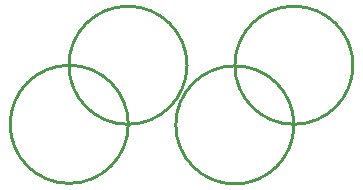
<source format=gko>
G04*
G04 #@! TF.GenerationSoftware,Altium Limited,Altium Designer,20.2.4 (192)*
G04*
G04 Layer_Color=16711935*
%FSLAX24Y24*%
%MOIN*%
G70*
G04*
G04 #@! TF.SameCoordinates,B9BB7F2B-B7AC-4897-A438-396A0F5AD448*
G04*
G04*
G04 #@! TF.FilePolarity,Positive*
G04*
G01*
G75*
%ADD16C,0.0100*%
D16*
X73515Y88602D02*
G03*
X73515Y88602I-1969J0D01*
G01*
X75473Y90571D02*
G03*
X75473Y90571I-1969J0D01*
G01*
X81005D02*
G03*
X81005Y90571I-1969J0D01*
G01*
X79036Y88583D02*
G03*
X79036Y88583I-1969J0D01*
G01*
M02*

</source>
